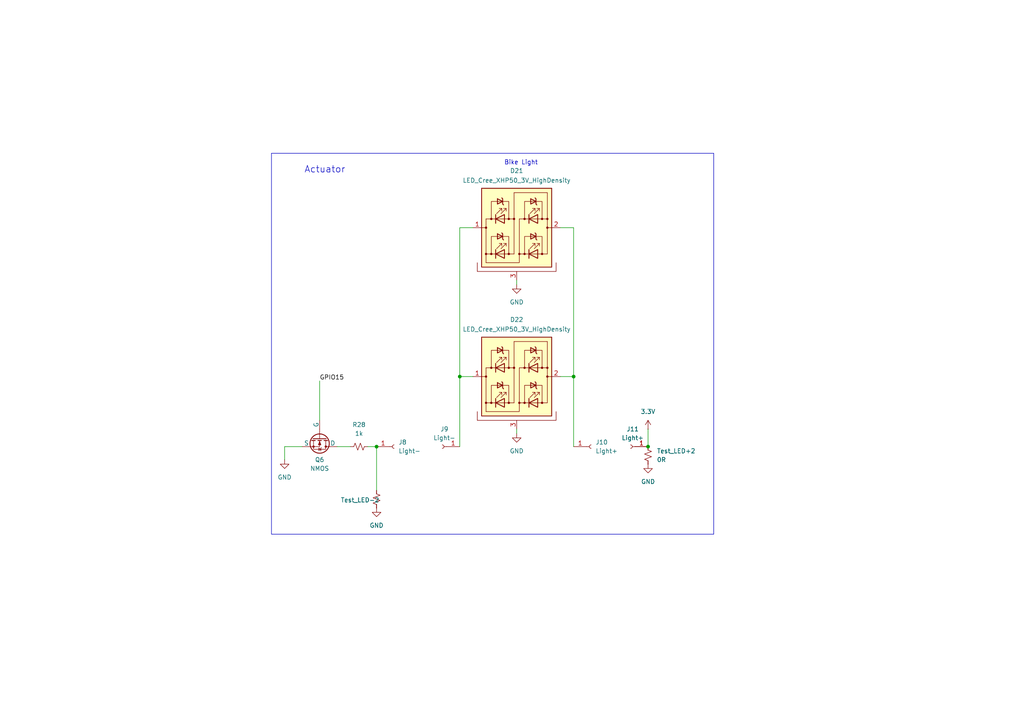
<source format=kicad_sch>
(kicad_sch
	(version 20250114)
	(generator "eeschema")
	(generator_version "9.0")
	(uuid "1bfc6ae4-d8d4-48c3-ba74-23a1db09aaad")
	(paper "A4")
	(lib_symbols
		(symbol "Connector:Conn_01x01_Socket"
			(pin_names
				(offset 1.016)
				(hide yes)
			)
			(exclude_from_sim no)
			(in_bom yes)
			(on_board yes)
			(property "Reference" "J"
				(at 0 2.54 0)
				(effects
					(font
						(size 1.27 1.27)
					)
				)
			)
			(property "Value" "Conn_01x01_Socket"
				(at 0 -2.54 0)
				(effects
					(font
						(size 1.27 1.27)
					)
				)
			)
			(property "Footprint" ""
				(at 0 0 0)
				(effects
					(font
						(size 1.27 1.27)
					)
					(hide yes)
				)
			)
			(property "Datasheet" "~"
				(at 0 0 0)
				(effects
					(font
						(size 1.27 1.27)
					)
					(hide yes)
				)
			)
			(property "Description" "Generic connector, single row, 01x01, script generated"
				(at 0 0 0)
				(effects
					(font
						(size 1.27 1.27)
					)
					(hide yes)
				)
			)
			(property "ki_locked" ""
				(at 0 0 0)
				(effects
					(font
						(size 1.27 1.27)
					)
				)
			)
			(property "ki_keywords" "connector"
				(at 0 0 0)
				(effects
					(font
						(size 1.27 1.27)
					)
					(hide yes)
				)
			)
			(property "ki_fp_filters" "Connector*:*_1x??_*"
				(at 0 0 0)
				(effects
					(font
						(size 1.27 1.27)
					)
					(hide yes)
				)
			)
			(symbol "Conn_01x01_Socket_1_1"
				(polyline
					(pts
						(xy -1.27 0) (xy -0.508 0)
					)
					(stroke
						(width 0.1524)
						(type default)
					)
					(fill
						(type none)
					)
				)
				(arc
					(start 0 -0.508)
					(mid -0.5058 0)
					(end 0 0.508)
					(stroke
						(width 0.1524)
						(type default)
					)
					(fill
						(type none)
					)
				)
				(pin passive line
					(at -5.08 0 0)
					(length 3.81)
					(name "Pin_1"
						(effects
							(font
								(size 1.27 1.27)
							)
						)
					)
					(number "1"
						(effects
							(font
								(size 1.27 1.27)
							)
						)
					)
				)
			)
			(embedded_fonts no)
		)
		(symbol "Device:R_Small_US"
			(pin_numbers
				(hide yes)
			)
			(pin_names
				(offset 0.254)
				(hide yes)
			)
			(exclude_from_sim no)
			(in_bom yes)
			(on_board yes)
			(property "Reference" "R"
				(at 0.762 0.508 0)
				(effects
					(font
						(size 1.27 1.27)
					)
					(justify left)
				)
			)
			(property "Value" "R_Small_US"
				(at 0.762 -1.016 0)
				(effects
					(font
						(size 1.27 1.27)
					)
					(justify left)
				)
			)
			(property "Footprint" ""
				(at 0 0 0)
				(effects
					(font
						(size 1.27 1.27)
					)
					(hide yes)
				)
			)
			(property "Datasheet" "~"
				(at 0 0 0)
				(effects
					(font
						(size 1.27 1.27)
					)
					(hide yes)
				)
			)
			(property "Description" "Resistor, small US symbol"
				(at 0 0 0)
				(effects
					(font
						(size 1.27 1.27)
					)
					(hide yes)
				)
			)
			(property "ki_keywords" "r resistor"
				(at 0 0 0)
				(effects
					(font
						(size 1.27 1.27)
					)
					(hide yes)
				)
			)
			(property "ki_fp_filters" "R_*"
				(at 0 0 0)
				(effects
					(font
						(size 1.27 1.27)
					)
					(hide yes)
				)
			)
			(symbol "R_Small_US_1_1"
				(polyline
					(pts
						(xy 0 1.524) (xy 1.016 1.143) (xy 0 0.762) (xy -1.016 0.381) (xy 0 0)
					)
					(stroke
						(width 0)
						(type default)
					)
					(fill
						(type none)
					)
				)
				(polyline
					(pts
						(xy 0 0) (xy 1.016 -0.381) (xy 0 -0.762) (xy -1.016 -1.143) (xy 0 -1.524)
					)
					(stroke
						(width 0)
						(type default)
					)
					(fill
						(type none)
					)
				)
				(pin passive line
					(at 0 2.54 270)
					(length 1.016)
					(name "~"
						(effects
							(font
								(size 1.27 1.27)
							)
						)
					)
					(number "1"
						(effects
							(font
								(size 1.27 1.27)
							)
						)
					)
				)
				(pin passive line
					(at 0 -2.54 90)
					(length 1.016)
					(name "~"
						(effects
							(font
								(size 1.27 1.27)
							)
						)
					)
					(number "2"
						(effects
							(font
								(size 1.27 1.27)
							)
						)
					)
				)
			)
			(embedded_fonts no)
		)
		(symbol "LED:LED_Cree_XHP50_3V_HighDensity"
			(pin_names
				(offset 1.016)
				(hide yes)
			)
			(exclude_from_sim no)
			(in_bom yes)
			(on_board yes)
			(property "Reference" "D"
				(at 0 15.24 0)
				(effects
					(font
						(size 1.27 1.27)
					)
				)
			)
			(property "Value" "LED_Cree_XHP50_3V_HighDensity"
				(at -1.27 12.7 0)
				(effects
					(font
						(size 1.27 1.27)
					)
				)
			)
			(property "Footprint" "LED_SMD:LED_Cree-XHP50_3V_HighDensity"
				(at 0 17.78 0)
				(effects
					(font
						(size 1.27 1.27)
					)
					(hide yes)
				)
			)
			(property "Datasheet" "https://downloads.cree-led.com/files/ds/x/XLamp-XHP50.3.pdf"
				(at 0 22.86 0)
				(effects
					(font
						(size 1.27 1.27)
					)
					(hide yes)
				)
			)
			(property "Description" "XLamp® XHP50 LED, 3V, 4 LEDs in parallel, high density"
				(at 0 20.32 0)
				(effects
					(font
						(size 1.27 1.27)
					)
					(hide yes)
				)
			)
			(property "ki_keywords" "led diode"
				(at 0 0 0)
				(effects
					(font
						(size 1.27 1.27)
					)
					(hide yes)
				)
			)
			(property "ki_fp_filters" "LED?Cree?XHP50?3V*"
				(at 0 0 0)
				(effects
					(font
						(size 1.27 1.27)
					)
					(hide yes)
				)
			)
			(symbol "LED_Cree_XHP50_3V_HighDensity_0_1"
				(polyline
					(pts
						(xy -8.89 2.54) (xy -8.89 -10.16)
					)
					(stroke
						(width 0)
						(type default)
					)
					(fill
						(type none)
					)
				)
				(polyline
					(pts
						(xy -8.89 2.54) (xy -0.762 2.54)
					)
					(stroke
						(width 0)
						(type default)
					)
					(fill
						(type none)
					)
				)
				(circle
					(center -8.89 0)
					(radius 0.254)
					(stroke
						(width 0)
						(type default)
					)
					(fill
						(type outline)
					)
				)
				(circle
					(center -8.89 -7.62)
					(radius 0.254)
					(stroke
						(width 0)
						(type default)
					)
					(fill
						(type outline)
					)
				)
				(polyline
					(pts
						(xy -8.89 -7.62) (xy -0.762 -7.62)
					)
					(stroke
						(width 0)
						(type default)
					)
					(fill
						(type none)
					)
				)
				(circle
					(center -7.366 2.54)
					(radius 0.254)
					(stroke
						(width 0)
						(type default)
					)
					(fill
						(type outline)
					)
				)
				(circle
					(center -7.366 -7.62)
					(radius 0.254)
					(stroke
						(width 0)
						(type default)
					)
					(fill
						(type outline)
					)
				)
				(polyline
					(pts
						(xy -3.81 6.604) (xy -4.064 6.858) (xy -4.064 8.382) (xy -4.318 8.636)
					)
					(stroke
						(width 0.254)
						(type default)
					)
					(fill
						(type none)
					)
				)
				(polyline
					(pts
						(xy -3.81 -3.556) (xy -4.064 -3.302) (xy -4.064 -1.778) (xy -4.318 -1.524)
					)
					(stroke
						(width 0.254)
						(type default)
					)
					(fill
						(type none)
					)
				)
				(circle
					(center -2.286 2.54)
					(radius 0.254)
					(stroke
						(width 0)
						(type default)
					)
					(fill
						(type outline)
					)
				)
				(circle
					(center -2.286 -7.62)
					(radius 0.254)
					(stroke
						(width 0)
						(type default)
					)
					(fill
						(type outline)
					)
				)
				(polyline
					(pts
						(xy -0.762 10.16) (xy 8.89 10.16)
					)
					(stroke
						(width 0)
						(type default)
					)
					(fill
						(type none)
					)
				)
				(circle
					(center -0.762 2.54)
					(radius 0.254)
					(stroke
						(width 0)
						(type default)
					)
					(fill
						(type outline)
					)
				)
				(polyline
					(pts
						(xy -0.762 -7.62) (xy -0.762 10.16)
					)
					(stroke
						(width 0)
						(type default)
					)
					(fill
						(type none)
					)
				)
				(polyline
					(pts
						(xy 0.635 -10.16) (xy -8.89 -10.16)
					)
					(stroke
						(width 0)
						(type default)
					)
					(fill
						(type none)
					)
				)
				(polyline
					(pts
						(xy 0.762 2.54) (xy 0.762 -10.16)
					)
					(stroke
						(width 0)
						(type default)
					)
					(fill
						(type none)
					)
				)
				(polyline
					(pts
						(xy 0.762 2.54) (xy 8.89 2.54)
					)
					(stroke
						(width 0)
						(type default)
					)
					(fill
						(type none)
					)
				)
				(polyline
					(pts
						(xy 0.762 -7.62) (xy 8.89 -7.62)
					)
					(stroke
						(width 0)
						(type default)
					)
					(fill
						(type none)
					)
				)
				(circle
					(center 0.762 -7.62)
					(radius 0.254)
					(stroke
						(width 0)
						(type default)
					)
					(fill
						(type outline)
					)
				)
				(circle
					(center 2.286 2.54)
					(radius 0.254)
					(stroke
						(width 0)
						(type default)
					)
					(fill
						(type outline)
					)
				)
				(circle
					(center 2.286 -7.62)
					(radius 0.254)
					(stroke
						(width 0)
						(type default)
					)
					(fill
						(type outline)
					)
				)
				(polyline
					(pts
						(xy 5.842 6.604) (xy 5.588 6.858) (xy 5.588 8.382) (xy 5.334 8.636)
					)
					(stroke
						(width 0.254)
						(type default)
					)
					(fill
						(type none)
					)
				)
				(polyline
					(pts
						(xy 5.842 -3.556) (xy 5.588 -3.302) (xy 5.588 -1.778) (xy 5.334 -1.524)
					)
					(stroke
						(width 0.254)
						(type default)
					)
					(fill
						(type none)
					)
				)
				(circle
					(center 7.366 2.54)
					(radius 0.254)
					(stroke
						(width 0)
						(type default)
					)
					(fill
						(type outline)
					)
				)
				(circle
					(center 7.366 -7.62)
					(radius 0.254)
					(stroke
						(width 0)
						(type default)
					)
					(fill
						(type outline)
					)
				)
				(circle
					(center 8.89 2.54)
					(radius 0.254)
					(stroke
						(width 0)
						(type default)
					)
					(fill
						(type outline)
					)
				)
				(circle
					(center 8.89 0)
					(radius 0.254)
					(stroke
						(width 0)
						(type default)
					)
					(fill
						(type outline)
					)
				)
				(polyline
					(pts
						(xy 8.89 -7.62) (xy 8.89 10.16)
					)
					(stroke
						(width 0)
						(type default)
					)
					(fill
						(type none)
					)
				)
			)
			(symbol "LED_Cree_XHP50_3V_HighDensity_1_1"
				(polyline
					(pts
						(xy -11.43 -10.16) (xy -11.43 -12.7) (xy 11.43 -12.7) (xy 11.43 -10.16)
					)
					(stroke
						(width 0)
						(type default)
					)
					(fill
						(type none)
					)
				)
				(rectangle
					(start -10.16 11.43)
					(end 10.16 -11.43)
					(stroke
						(width 0.254)
						(type solid)
					)
					(fill
						(type background)
					)
				)
				(polyline
					(pts
						(xy -8.89 0) (xy -10.16 0)
					)
					(stroke
						(width 0)
						(type default)
					)
					(fill
						(type none)
					)
				)
				(polyline
					(pts
						(xy -7.366 2.54) (xy -7.366 7.62) (xy -2.286 7.62) (xy -2.286 2.54)
					)
					(stroke
						(width 0)
						(type default)
					)
					(fill
						(type none)
					)
				)
				(polyline
					(pts
						(xy -7.366 -7.62) (xy -7.366 -2.54) (xy -2.286 -2.54) (xy -2.286 -7.62)
					)
					(stroke
						(width 0)
						(type default)
					)
					(fill
						(type none)
					)
				)
				(polyline
					(pts
						(xy -6.096 3.81) (xy -6.096 1.27)
					)
					(stroke
						(width 0.254)
						(type solid)
					)
					(fill
						(type none)
					)
				)
				(polyline
					(pts
						(xy -6.096 2.54) (xy -3.556 3.81) (xy -3.556 1.27) (xy -6.096 2.54)
					)
					(stroke
						(width 0.254)
						(type solid)
					)
					(fill
						(type none)
					)
				)
				(polyline
					(pts
						(xy -6.096 -6.35) (xy -6.096 -8.89)
					)
					(stroke
						(width 0.254)
						(type solid)
					)
					(fill
						(type none)
					)
				)
				(polyline
					(pts
						(xy -6.096 -7.62) (xy -3.556 -6.35) (xy -3.556 -8.89) (xy -6.096 -7.62)
					)
					(stroke
						(width 0.254)
						(type solid)
					)
					(fill
						(type none)
					)
				)
				(polyline
					(pts
						(xy -5.842 4.064) (xy -4.318 5.588)
					)
					(stroke
						(width 0)
						(type default)
					)
					(fill
						(type none)
					)
				)
				(polyline
					(pts
						(xy -5.842 -6.096) (xy -4.318 -4.572)
					)
					(stroke
						(width 0)
						(type default)
					)
					(fill
						(type none)
					)
				)
				(polyline
					(pts
						(xy -5.588 8.382) (xy -4.064 7.62) (xy -5.588 6.858) (xy -5.588 8.382)
					)
					(stroke
						(width 0.254)
						(type solid)
					)
					(fill
						(type none)
					)
				)
				(polyline
					(pts
						(xy -5.588 -1.778) (xy -4.064 -2.54) (xy -5.588 -3.302) (xy -5.588 -1.778)
					)
					(stroke
						(width 0.254)
						(type solid)
					)
					(fill
						(type none)
					)
				)
				(polyline
					(pts
						(xy -5.08 5.588) (xy -4.318 5.588) (xy -4.318 4.826)
					)
					(stroke
						(width 0)
						(type default)
					)
					(fill
						(type none)
					)
				)
				(polyline
					(pts
						(xy -5.08 -4.572) (xy -4.318 -4.572) (xy -4.318 -5.334)
					)
					(stroke
						(width 0)
						(type default)
					)
					(fill
						(type none)
					)
				)
				(polyline
					(pts
						(xy -4.572 4.064) (xy -3.048 5.588)
					)
					(stroke
						(width 0)
						(type default)
					)
					(fill
						(type none)
					)
				)
				(polyline
					(pts
						(xy -4.572 -6.096) (xy -3.048 -4.572)
					)
					(stroke
						(width 0)
						(type default)
					)
					(fill
						(type none)
					)
				)
				(polyline
					(pts
						(xy -3.81 5.588) (xy -3.048 5.588) (xy -3.048 4.826)
					)
					(stroke
						(width 0)
						(type default)
					)
					(fill
						(type none)
					)
				)
				(polyline
					(pts
						(xy -3.81 -4.572) (xy -3.048 -4.572) (xy -3.048 -5.334)
					)
					(stroke
						(width 0)
						(type default)
					)
					(fill
						(type none)
					)
				)
				(polyline
					(pts
						(xy 2.286 2.54) (xy 2.286 7.62) (xy 7.366 7.62) (xy 7.366 2.54)
					)
					(stroke
						(width 0)
						(type default)
					)
					(fill
						(type none)
					)
				)
				(polyline
					(pts
						(xy 2.286 -7.62) (xy 2.286 -2.54) (xy 7.366 -2.54) (xy 7.366 -7.62)
					)
					(stroke
						(width 0)
						(type default)
					)
					(fill
						(type none)
					)
				)
				(polyline
					(pts
						(xy 3.556 3.81) (xy 3.556 1.27)
					)
					(stroke
						(width 0.254)
						(type solid)
					)
					(fill
						(type none)
					)
				)
				(polyline
					(pts
						(xy 3.556 2.54) (xy 6.096 3.81) (xy 6.096 1.27) (xy 3.556 2.54)
					)
					(stroke
						(width 0.254)
						(type solid)
					)
					(fill
						(type none)
					)
				)
				(polyline
					(pts
						(xy 3.556 -6.35) (xy 3.556 -8.89)
					)
					(stroke
						(width 0.254)
						(type solid)
					)
					(fill
						(type none)
					)
				)
				(polyline
					(pts
						(xy 3.556 -7.62) (xy 6.096 -6.35) (xy 6.096 -8.89) (xy 3.556 -7.62)
					)
					(stroke
						(width 0.254)
						(type solid)
					)
					(fill
						(type none)
					)
				)
				(polyline
					(pts
						(xy 3.81 4.064) (xy 5.334 5.588)
					)
					(stroke
						(width 0)
						(type default)
					)
					(fill
						(type none)
					)
				)
				(polyline
					(pts
						(xy 3.81 -6.096) (xy 5.334 -4.572)
					)
					(stroke
						(width 0)
						(type default)
					)
					(fill
						(type none)
					)
				)
				(polyline
					(pts
						(xy 4.064 8.382) (xy 5.588 7.62) (xy 4.064 6.858) (xy 4.064 8.382)
					)
					(stroke
						(width 0.254)
						(type solid)
					)
					(fill
						(type none)
					)
				)
				(polyline
					(pts
						(xy 4.064 -1.778) (xy 5.588 -2.54) (xy 4.064 -3.302) (xy 4.064 -1.778)
					)
					(stroke
						(width 0.254)
						(type solid)
					)
					(fill
						(type none)
					)
				)
				(polyline
					(pts
						(xy 4.572 5.588) (xy 5.334 5.588) (xy 5.334 4.826)
					)
					(stroke
						(width 0)
						(type default)
					)
					(fill
						(type none)
					)
				)
				(polyline
					(pts
						(xy 4.572 -4.572) (xy 5.334 -4.572) (xy 5.334 -5.334)
					)
					(stroke
						(width 0)
						(type default)
					)
					(fill
						(type none)
					)
				)
				(polyline
					(pts
						(xy 5.08 4.064) (xy 6.604 5.588)
					)
					(stroke
						(width 0)
						(type default)
					)
					(fill
						(type none)
					)
				)
				(polyline
					(pts
						(xy 5.08 -6.096) (xy 6.604 -4.572)
					)
					(stroke
						(width 0)
						(type default)
					)
					(fill
						(type none)
					)
				)
				(polyline
					(pts
						(xy 5.842 5.588) (xy 6.604 5.588) (xy 6.604 4.826)
					)
					(stroke
						(width 0)
						(type default)
					)
					(fill
						(type none)
					)
				)
				(polyline
					(pts
						(xy 5.842 -4.572) (xy 6.604 -4.572) (xy 6.604 -5.334)
					)
					(stroke
						(width 0)
						(type default)
					)
					(fill
						(type none)
					)
				)
				(polyline
					(pts
						(xy 8.89 0) (xy 10.16 0)
					)
					(stroke
						(width 0)
						(type default)
					)
					(fill
						(type none)
					)
				)
				(pin passive line
					(at -12.7 0 0)
					(length 2.54)
					(name "K"
						(effects
							(font
								(size 1.27 1.27)
							)
						)
					)
					(number "1"
						(effects
							(font
								(size 1.27 1.27)
							)
						)
					)
				)
				(pin passive line
					(at 0 -15.24 90)
					(length 2.54)
					(name "PAD"
						(effects
							(font
								(size 1.27 1.27)
							)
						)
					)
					(number "3"
						(effects
							(font
								(size 1.27 1.27)
							)
						)
					)
				)
				(pin passive line
					(at 12.7 0 180)
					(length 2.54)
					(name "A"
						(effects
							(font
								(size 1.27 1.27)
							)
						)
					)
					(number "2"
						(effects
							(font
								(size 1.27 1.27)
							)
						)
					)
				)
			)
			(embedded_fonts no)
		)
		(symbol "Simulation_SPICE:NMOS"
			(pin_numbers
				(hide yes)
			)
			(pin_names
				(offset 0)
			)
			(exclude_from_sim no)
			(in_bom yes)
			(on_board yes)
			(property "Reference" "Q"
				(at 5.08 1.27 0)
				(effects
					(font
						(size 1.27 1.27)
					)
					(justify left)
				)
			)
			(property "Value" "NMOS"
				(at 5.08 -1.27 0)
				(effects
					(font
						(size 1.27 1.27)
					)
					(justify left)
				)
			)
			(property "Footprint" ""
				(at 5.08 2.54 0)
				(effects
					(font
						(size 1.27 1.27)
					)
					(hide yes)
				)
			)
			(property "Datasheet" "https://ngspice.sourceforge.io/docs/ngspice-html-manual/manual.xhtml#cha_MOSFETs"
				(at 0 -12.7 0)
				(effects
					(font
						(size 1.27 1.27)
					)
					(hide yes)
				)
			)
			(property "Description" "N-MOSFET transistor, drain/source/gate"
				(at 0 0 0)
				(effects
					(font
						(size 1.27 1.27)
					)
					(hide yes)
				)
			)
			(property "Sim.Device" "NMOS"
				(at 0 -17.145 0)
				(effects
					(font
						(size 1.27 1.27)
					)
					(hide yes)
				)
			)
			(property "Sim.Type" "VDMOS"
				(at 0 -19.05 0)
				(effects
					(font
						(size 1.27 1.27)
					)
					(hide yes)
				)
			)
			(property "Sim.Pins" "1=D 2=G 3=S"
				(at 0 -15.24 0)
				(effects
					(font
						(size 1.27 1.27)
					)
					(hide yes)
				)
			)
			(property "ki_keywords" "transistor NMOS N-MOS N-MOSFET simulation"
				(at 0 0 0)
				(effects
					(font
						(size 1.27 1.27)
					)
					(hide yes)
				)
			)
			(symbol "NMOS_0_1"
				(polyline
					(pts
						(xy 0.254 1.905) (xy 0.254 -1.905)
					)
					(stroke
						(width 0.254)
						(type default)
					)
					(fill
						(type none)
					)
				)
				(polyline
					(pts
						(xy 0.254 0) (xy -2.54 0)
					)
					(stroke
						(width 0)
						(type default)
					)
					(fill
						(type none)
					)
				)
				(polyline
					(pts
						(xy 0.762 2.286) (xy 0.762 1.27)
					)
					(stroke
						(width 0.254)
						(type default)
					)
					(fill
						(type none)
					)
				)
				(polyline
					(pts
						(xy 0.762 0.508) (xy 0.762 -0.508)
					)
					(stroke
						(width 0.254)
						(type default)
					)
					(fill
						(type none)
					)
				)
				(polyline
					(pts
						(xy 0.762 -1.27) (xy 0.762 -2.286)
					)
					(stroke
						(width 0.254)
						(type default)
					)
					(fill
						(type none)
					)
				)
				(polyline
					(pts
						(xy 0.762 -1.778) (xy 3.302 -1.778) (xy 3.302 1.778) (xy 0.762 1.778)
					)
					(stroke
						(width 0)
						(type default)
					)
					(fill
						(type none)
					)
				)
				(polyline
					(pts
						(xy 1.016 0) (xy 2.032 0.381) (xy 2.032 -0.381) (xy 1.016 0)
					)
					(stroke
						(width 0)
						(type default)
					)
					(fill
						(type outline)
					)
				)
				(circle
					(center 1.651 0)
					(radius 2.794)
					(stroke
						(width 0.254)
						(type default)
					)
					(fill
						(type none)
					)
				)
				(polyline
					(pts
						(xy 2.54 2.54) (xy 2.54 1.778)
					)
					(stroke
						(width 0)
						(type default)
					)
					(fill
						(type none)
					)
				)
				(circle
					(center 2.54 1.778)
					(radius 0.254)
					(stroke
						(width 0)
						(type default)
					)
					(fill
						(type outline)
					)
				)
				(circle
					(center 2.54 -1.778)
					(radius 0.254)
					(stroke
						(width 0)
						(type default)
					)
					(fill
						(type outline)
					)
				)
				(polyline
					(pts
						(xy 2.54 -2.54) (xy 2.54 0) (xy 0.762 0)
					)
					(stroke
						(width 0)
						(type default)
					)
					(fill
						(type none)
					)
				)
				(polyline
					(pts
						(xy 2.794 0.508) (xy 2.921 0.381) (xy 3.683 0.381) (xy 3.81 0.254)
					)
					(stroke
						(width 0)
						(type default)
					)
					(fill
						(type none)
					)
				)
				(polyline
					(pts
						(xy 3.302 0.381) (xy 2.921 -0.254) (xy 3.683 -0.254) (xy 3.302 0.381)
					)
					(stroke
						(width 0)
						(type default)
					)
					(fill
						(type none)
					)
				)
			)
			(symbol "NMOS_1_1"
				(pin input line
					(at -5.08 0 0)
					(length 2.54)
					(name "G"
						(effects
							(font
								(size 1.27 1.27)
							)
						)
					)
					(number "2"
						(effects
							(font
								(size 1.27 1.27)
							)
						)
					)
				)
				(pin passive line
					(at 2.54 5.08 270)
					(length 2.54)
					(name "D"
						(effects
							(font
								(size 1.27 1.27)
							)
						)
					)
					(number "1"
						(effects
							(font
								(size 1.27 1.27)
							)
						)
					)
				)
				(pin passive line
					(at 2.54 -5.08 90)
					(length 2.54)
					(name "S"
						(effects
							(font
								(size 1.27 1.27)
							)
						)
					)
					(number "3"
						(effects
							(font
								(size 1.27 1.27)
							)
						)
					)
				)
			)
			(embedded_fonts no)
		)
		(symbol "power:GND"
			(power)
			(pin_numbers
				(hide yes)
			)
			(pin_names
				(offset 0)
				(hide yes)
			)
			(exclude_from_sim no)
			(in_bom yes)
			(on_board yes)
			(property "Reference" "#PWR"
				(at 0 -6.35 0)
				(effects
					(font
						(size 1.27 1.27)
					)
					(hide yes)
				)
			)
			(property "Value" "GND"
				(at 0 -3.81 0)
				(effects
					(font
						(size 1.27 1.27)
					)
				)
			)
			(property "Footprint" ""
				(at 0 0 0)
				(effects
					(font
						(size 1.27 1.27)
					)
					(hide yes)
				)
			)
			(property "Datasheet" ""
				(at 0 0 0)
				(effects
					(font
						(size 1.27 1.27)
					)
					(hide yes)
				)
			)
			(property "Description" "Power symbol creates a global label with name \"GND\" , ground"
				(at 0 0 0)
				(effects
					(font
						(size 1.27 1.27)
					)
					(hide yes)
				)
			)
			(property "ki_keywords" "global power"
				(at 0 0 0)
				(effects
					(font
						(size 1.27 1.27)
					)
					(hide yes)
				)
			)
			(symbol "GND_0_1"
				(polyline
					(pts
						(xy 0 0) (xy 0 -1.27) (xy 1.27 -1.27) (xy 0 -2.54) (xy -1.27 -1.27) (xy 0 -1.27)
					)
					(stroke
						(width 0)
						(type default)
					)
					(fill
						(type none)
					)
				)
			)
			(symbol "GND_1_1"
				(pin power_in line
					(at 0 0 270)
					(length 0)
					(name "~"
						(effects
							(font
								(size 1.27 1.27)
							)
						)
					)
					(number "1"
						(effects
							(font
								(size 1.27 1.27)
							)
						)
					)
				)
			)
			(embedded_fonts no)
		)
		(symbol "power:VCC"
			(power)
			(pin_numbers
				(hide yes)
			)
			(pin_names
				(offset 0)
				(hide yes)
			)
			(exclude_from_sim no)
			(in_bom yes)
			(on_board yes)
			(property "Reference" "#PWR"
				(at 0 -3.81 0)
				(effects
					(font
						(size 1.27 1.27)
					)
					(hide yes)
				)
			)
			(property "Value" "VCC"
				(at 0 3.556 0)
				(effects
					(font
						(size 1.27 1.27)
					)
				)
			)
			(property "Footprint" ""
				(at 0 0 0)
				(effects
					(font
						(size 1.27 1.27)
					)
					(hide yes)
				)
			)
			(property "Datasheet" ""
				(at 0 0 0)
				(effects
					(font
						(size 1.27 1.27)
					)
					(hide yes)
				)
			)
			(property "Description" "Power symbol creates a global label with name \"VCC\""
				(at 0 0 0)
				(effects
					(font
						(size 1.27 1.27)
					)
					(hide yes)
				)
			)
			(property "ki_keywords" "global power"
				(at 0 0 0)
				(effects
					(font
						(size 1.27 1.27)
					)
					(hide yes)
				)
			)
			(symbol "VCC_0_1"
				(polyline
					(pts
						(xy -0.762 1.27) (xy 0 2.54)
					)
					(stroke
						(width 0)
						(type default)
					)
					(fill
						(type none)
					)
				)
				(polyline
					(pts
						(xy 0 2.54) (xy 0.762 1.27)
					)
					(stroke
						(width 0)
						(type default)
					)
					(fill
						(type none)
					)
				)
				(polyline
					(pts
						(xy 0 0) (xy 0 2.54)
					)
					(stroke
						(width 0)
						(type default)
					)
					(fill
						(type none)
					)
				)
			)
			(symbol "VCC_1_1"
				(pin power_in line
					(at 0 0 90)
					(length 0)
					(name "~"
						(effects
							(font
								(size 1.27 1.27)
							)
						)
					)
					(number "1"
						(effects
							(font
								(size 1.27 1.27)
							)
						)
					)
				)
			)
			(embedded_fonts no)
		)
	)
	(rectangle
		(start 78.74 44.45)
		(end 207.01 154.94)
		(stroke
			(width 0)
			(type default)
		)
		(fill
			(type none)
		)
		(uuid 164e9ff0-3d5e-4c9d-bf21-775a68a1e542)
	)
	(text "Bike Light"
		(exclude_from_sim no)
		(at 151.13 47.244 0)
		(effects
			(font
				(size 1.27 1.27)
			)
		)
		(uuid "6434e9ec-2e56-4b41-bb72-d8844ad7040e")
	)
	(text "Actuator"
		(exclude_from_sim no)
		(at 94.234 49.276 0)
		(effects
			(font
				(size 1.905 1.905)
			)
		)
		(uuid "e11221ce-80a5-4ef5-af15-25a619763a84")
	)
	(junction
		(at 109.22 129.54)
		(diameter 0)
		(color 0 0 0 0)
		(uuid "12a60b3e-ac61-44d3-bf17-c44e2ca777c4")
	)
	(junction
		(at 166.37 109.22)
		(diameter 0)
		(color 0 0 0 0)
		(uuid "4930146a-4b4b-4af5-8d3e-c566bf115cda")
	)
	(junction
		(at 133.35 109.22)
		(diameter 0)
		(color 0 0 0 0)
		(uuid "a5342034-db32-4c4d-a6a4-b98e8f8a5cb6")
	)
	(junction
		(at 187.96 129.54)
		(diameter 0)
		(color 0 0 0 0)
		(uuid "fae2bd67-cdd2-4dc8-803a-d82f38cb6932")
	)
	(wire
		(pts
			(xy 82.55 129.54) (xy 87.63 129.54)
		)
		(stroke
			(width 0)
			(type default)
		)
		(uuid "042bf21f-a350-4c0b-a0e1-a8aa59914346")
	)
	(wire
		(pts
			(xy 149.86 124.46) (xy 149.86 125.73)
		)
		(stroke
			(width 0)
			(type default)
		)
		(uuid "0d12b0a7-2476-46e3-be02-e82c118fd97b")
	)
	(wire
		(pts
			(xy 137.16 109.22) (xy 133.35 109.22)
		)
		(stroke
			(width 0)
			(type default)
		)
		(uuid "2eb76dc8-e212-4a23-960f-3576b91a4d35")
	)
	(wire
		(pts
			(xy 133.35 109.22) (xy 133.35 129.54)
		)
		(stroke
			(width 0)
			(type default)
		)
		(uuid "30b99744-e288-4650-a7fa-8554baaa12bc")
	)
	(wire
		(pts
			(xy 187.96 124.46) (xy 187.96 129.54)
		)
		(stroke
			(width 0)
			(type default)
		)
		(uuid "6098fa43-0875-4277-a5d4-5340deb06577")
	)
	(wire
		(pts
			(xy 92.71 110.49) (xy 92.71 121.92)
		)
		(stroke
			(width 0)
			(type default)
		)
		(uuid "631164ce-dbf2-43e8-bf76-e4978b56dbbf")
	)
	(wire
		(pts
			(xy 149.86 81.28) (xy 149.86 82.55)
		)
		(stroke
			(width 0)
			(type default)
		)
		(uuid "73db85cf-8a43-40f6-a625-04206a32382e")
	)
	(wire
		(pts
			(xy 162.56 109.22) (xy 166.37 109.22)
		)
		(stroke
			(width 0)
			(type default)
		)
		(uuid "873b961e-7d60-4f59-a50b-609216120463")
	)
	(wire
		(pts
			(xy 133.35 66.04) (xy 133.35 109.22)
		)
		(stroke
			(width 0)
			(type default)
		)
		(uuid "9c085ac2-cfdf-4459-b3c7-c060b5b9bbf2")
	)
	(wire
		(pts
			(xy 106.68 129.54) (xy 109.22 129.54)
		)
		(stroke
			(width 0)
			(type default)
		)
		(uuid "9d1327de-20aa-4076-b734-0c43e5c84866")
	)
	(wire
		(pts
			(xy 166.37 109.22) (xy 166.37 129.54)
		)
		(stroke
			(width 0)
			(type default)
		)
		(uuid "9e2fdf02-1440-4839-ad67-1cf5c663f4f6")
	)
	(wire
		(pts
			(xy 166.37 66.04) (xy 162.56 66.04)
		)
		(stroke
			(width 0)
			(type default)
		)
		(uuid "a6e9643d-a30d-4dfe-87d6-b22dca141598")
	)
	(wire
		(pts
			(xy 133.35 66.04) (xy 137.16 66.04)
		)
		(stroke
			(width 0)
			(type default)
		)
		(uuid "ae093a32-2ae1-4e42-9ca8-87bc3a3f45d1")
	)
	(wire
		(pts
			(xy 82.55 129.54) (xy 82.55 133.35)
		)
		(stroke
			(width 0)
			(type default)
		)
		(uuid "d70e1ffd-de65-4655-a10a-4391877e585b")
	)
	(wire
		(pts
			(xy 97.79 129.54) (xy 101.6 129.54)
		)
		(stroke
			(width 0)
			(type default)
		)
		(uuid "e2e507c0-44f2-44c1-afa7-05d1bce56fb0")
	)
	(wire
		(pts
			(xy 109.22 129.54) (xy 109.22 142.24)
		)
		(stroke
			(width 0)
			(type default)
		)
		(uuid "ee0c0690-6c00-47b8-9ab6-e30820717793")
	)
	(wire
		(pts
			(xy 166.37 66.04) (xy 166.37 109.22)
		)
		(stroke
			(width 0)
			(type default)
		)
		(uuid "feff5992-8ee3-4a5a-8c64-c9cb734cc651")
	)
	(label "GPIO15"
		(at 92.71 110.49 0)
		(effects
			(font
				(size 1.27 1.27)
			)
			(justify left bottom)
		)
		(uuid "b1f15d64-2661-45af-a262-ef3954f4236e")
	)
	(symbol
		(lib_id "Connector:Conn_01x01_Socket")
		(at 171.45 129.54 0)
		(unit 1)
		(exclude_from_sim no)
		(in_bom yes)
		(on_board yes)
		(dnp no)
		(fields_autoplaced yes)
		(uuid "07c15c03-591c-483b-973b-7b5166b7bb7d")
		(property "Reference" "J10"
			(at 172.72 128.2699 0)
			(effects
				(font
					(size 1.27 1.27)
				)
				(justify left)
			)
		)
		(property "Value" "Light+"
			(at 172.72 130.8099 0)
			(effects
				(font
					(size 1.27 1.27)
				)
				(justify left)
			)
		)
		(property "Footprint" "Connector_Pin:Pin_D0.7mm_L6.5mm_W1.8mm_FlatFork"
			(at 171.45 129.54 0)
			(effects
				(font
					(size 1.27 1.27)
				)
				(hide yes)
			)
		)
		(property "Datasheet" "~"
			(at 171.45 129.54 0)
			(effects
				(font
					(size 1.27 1.27)
				)
				(hide yes)
			)
		)
		(property "Description" "Generic connector, single row, 01x01, script generated"
			(at 171.45 129.54 0)
			(effects
				(font
					(size 1.27 1.27)
				)
				(hide yes)
			)
		)
		(pin "1"
			(uuid "bd8f01c9-4e16-473d-b6ac-ccc7a9340f03")
		)
		(instances
			(project "411 Schematic-2025-11-16"
				(path "/d2e2892e-be0f-4a6a-9262-5a0d7272f4d0/64eb2a31-738c-4191-a53a-a692b40000f1"
					(reference "J10")
					(unit 1)
				)
			)
		)
	)
	(symbol
		(lib_id "LED:LED_Cree_XHP50_3V_HighDensity")
		(at 149.86 66.04 0)
		(unit 1)
		(exclude_from_sim no)
		(in_bom yes)
		(on_board yes)
		(dnp no)
		(uuid "163f89d6-876a-4e6f-b610-48b714d2f16b")
		(property "Reference" "D21"
			(at 149.86 49.53 0)
			(effects
				(font
					(size 1.27 1.27)
				)
			)
		)
		(property "Value" "LED_Cree_XHP50_3V_HighDensity"
			(at 149.86 52.324 0)
			(effects
				(font
					(size 1.27 1.27)
				)
			)
		)
		(property "Footprint" "LED_SMD:LED_Cree-XHP50_3V_HighDensity"
			(at 149.86 48.26 0)
			(effects
				(font
					(size 1.27 1.27)
				)
				(hide yes)
			)
		)
		(property "Datasheet" "https://downloads.cree-led.com/files/ds/x/XLamp-XHP50.3.pdf"
			(at 149.86 43.18 0)
			(effects
				(font
					(size 1.27 1.27)
				)
				(hide yes)
			)
		)
		(property "Description" "XLamp® XHP50 LED, 3V, 4 LEDs in parallel, high density"
			(at 149.86 45.72 0)
			(effects
				(font
					(size 1.27 1.27)
				)
				(hide yes)
			)
		)
		(pin "1"
			(uuid "89788559-49ad-499d-85a7-8b4e6662c714")
		)
		(pin "3"
			(uuid "c7015215-edde-4c44-ad74-542a54339c7c")
		)
		(pin "2"
			(uuid "c0e35b07-5e2c-4a7f-bb79-87ec109ba69b")
		)
		(instances
			(project "411 Schematic-2025-11-16"
				(path "/d2e2892e-be0f-4a6a-9262-5a0d7272f4d0/64eb2a31-738c-4191-a53a-a692b40000f1"
					(reference "D21")
					(unit 1)
				)
			)
		)
	)
	(symbol
		(lib_id "Device:R_Small_US")
		(at 109.22 144.78 180)
		(unit 1)
		(exclude_from_sim no)
		(in_bom yes)
		(on_board yes)
		(dnp no)
		(uuid "2a147c9b-ccb0-4c20-8659-f746ef364207")
		(property "Reference" "Test_LED-2"
			(at 98.806 145.034 0)
			(effects
				(font
					(size 1.27 1.27)
				)
				(justify right)
			)
		)
		(property "Value" "0R"
			(at 128.27 146.0499 0)
			(effects
				(font
					(size 1.27 1.27)
				)
				(justify right)
				(hide yes)
			)
		)
		(property "Footprint" "Resistor_SMD:R_0603_1608Metric_Pad0.98x0.95mm_HandSolder"
			(at 109.22 144.78 0)
			(effects
				(font
					(size 1.27 1.27)
				)
				(hide yes)
			)
		)
		(property "Datasheet" "~"
			(at 109.22 144.78 0)
			(effects
				(font
					(size 1.27 1.27)
				)
				(hide yes)
			)
		)
		(property "Description" "Resistor, small US symbol"
			(at 109.22 144.78 0)
			(effects
				(font
					(size 1.27 1.27)
				)
				(hide yes)
			)
		)
		(pin "2"
			(uuid "070d163e-8712-4829-acf7-7d6283c80ec1")
		)
		(pin "1"
			(uuid "c28c0dc6-a70a-4a22-a935-fc90cc8179e4")
		)
		(instances
			(project "411 Schematic-2025-11-16"
				(path "/d2e2892e-be0f-4a6a-9262-5a0d7272f4d0/64eb2a31-738c-4191-a53a-a692b40000f1"
					(reference "Test_LED-2")
					(unit 1)
				)
			)
		)
	)
	(symbol
		(lib_id "power:GND")
		(at 149.86 125.73 0)
		(unit 1)
		(exclude_from_sim no)
		(in_bom yes)
		(on_board yes)
		(dnp no)
		(fields_autoplaced yes)
		(uuid "3cad0675-092a-4628-aa29-f734aad68e5f")
		(property "Reference" "#PWR065"
			(at 149.86 132.08 0)
			(effects
				(font
					(size 1.27 1.27)
				)
				(hide yes)
			)
		)
		(property "Value" "GND"
			(at 149.86 130.81 0)
			(effects
				(font
					(size 1.27 1.27)
				)
			)
		)
		(property "Footprint" ""
			(at 149.86 125.73 0)
			(effects
				(font
					(size 1.27 1.27)
				)
				(hide yes)
			)
		)
		(property "Datasheet" ""
			(at 149.86 125.73 0)
			(effects
				(font
					(size 1.27 1.27)
				)
				(hide yes)
			)
		)
		(property "Description" "Power symbol creates a global label with name \"GND\" , ground"
			(at 149.86 125.73 0)
			(effects
				(font
					(size 1.27 1.27)
				)
				(hide yes)
			)
		)
		(pin "1"
			(uuid "d2ee0028-93ba-4bee-bb1f-ae043744ed67")
		)
		(instances
			(project "411 Schematic-2025-11-16"
				(path "/d2e2892e-be0f-4a6a-9262-5a0d7272f4d0/64eb2a31-738c-4191-a53a-a692b40000f1"
					(reference "#PWR065")
					(unit 1)
				)
			)
		)
	)
	(symbol
		(lib_id "power:GND")
		(at 149.86 82.55 0)
		(unit 1)
		(exclude_from_sim no)
		(in_bom yes)
		(on_board yes)
		(dnp no)
		(fields_autoplaced yes)
		(uuid "493a209c-536d-4859-8e74-375cab4ece8c")
		(property "Reference" "#PWR064"
			(at 149.86 88.9 0)
			(effects
				(font
					(size 1.27 1.27)
				)
				(hide yes)
			)
		)
		(property "Value" "GND"
			(at 149.86 87.63 0)
			(effects
				(font
					(size 1.27 1.27)
				)
			)
		)
		(property "Footprint" ""
			(at 149.86 82.55 0)
			(effects
				(font
					(size 1.27 1.27)
				)
				(hide yes)
			)
		)
		(property "Datasheet" ""
			(at 149.86 82.55 0)
			(effects
				(font
					(size 1.27 1.27)
				)
				(hide yes)
			)
		)
		(property "Description" "Power symbol creates a global label with name \"GND\" , ground"
			(at 149.86 82.55 0)
			(effects
				(font
					(size 1.27 1.27)
				)
				(hide yes)
			)
		)
		(pin "1"
			(uuid "6bc3b9a5-7d54-4d1f-8b56-526de8800a6b")
		)
		(instances
			(project "411 Schematic-2025-11-16"
				(path "/d2e2892e-be0f-4a6a-9262-5a0d7272f4d0/64eb2a31-738c-4191-a53a-a692b40000f1"
					(reference "#PWR064")
					(unit 1)
				)
			)
		)
	)
	(symbol
		(lib_id "power:GND")
		(at 109.22 147.32 0)
		(unit 1)
		(exclude_from_sim no)
		(in_bom yes)
		(on_board yes)
		(dnp no)
		(fields_autoplaced yes)
		(uuid "64c3066f-80d7-45ff-a5d4-2fc8bba518ec")
		(property "Reference" "#PWR063"
			(at 109.22 153.67 0)
			(effects
				(font
					(size 1.27 1.27)
				)
				(hide yes)
			)
		)
		(property "Value" "GND"
			(at 109.22 152.4 0)
			(effects
				(font
					(size 1.27 1.27)
				)
			)
		)
		(property "Footprint" ""
			(at 109.22 147.32 0)
			(effects
				(font
					(size 1.27 1.27)
				)
				(hide yes)
			)
		)
		(property "Datasheet" ""
			(at 109.22 147.32 0)
			(effects
				(font
					(size 1.27 1.27)
				)
				(hide yes)
			)
		)
		(property "Description" "Power symbol creates a global label with name \"GND\" , ground"
			(at 109.22 147.32 0)
			(effects
				(font
					(size 1.27 1.27)
				)
				(hide yes)
			)
		)
		(pin "1"
			(uuid "0437de04-4662-4f3d-975a-85a2f7a61ba4")
		)
		(instances
			(project "411 Schematic-2025-11-16"
				(path "/d2e2892e-be0f-4a6a-9262-5a0d7272f4d0/64eb2a31-738c-4191-a53a-a692b40000f1"
					(reference "#PWR063")
					(unit 1)
				)
			)
		)
	)
	(symbol
		(lib_id "power:VCC")
		(at 187.96 124.46 0)
		(unit 1)
		(exclude_from_sim no)
		(in_bom yes)
		(on_board yes)
		(dnp no)
		(fields_autoplaced yes)
		(uuid "723d1209-b205-4de5-86ec-62af7f8fa8d0")
		(property "Reference" "#PWR066"
			(at 187.96 128.27 0)
			(effects
				(font
					(size 1.27 1.27)
				)
				(hide yes)
			)
		)
		(property "Value" "3.3V"
			(at 187.96 119.38 0)
			(effects
				(font
					(size 1.27 1.27)
				)
			)
		)
		(property "Footprint" ""
			(at 187.96 124.46 0)
			(effects
				(font
					(size 1.27 1.27)
				)
				(hide yes)
			)
		)
		(property "Datasheet" ""
			(at 187.96 124.46 0)
			(effects
				(font
					(size 1.27 1.27)
				)
				(hide yes)
			)
		)
		(property "Description" "Power symbol creates a global label with name \"VCC\""
			(at 187.96 124.46 0)
			(effects
				(font
					(size 1.27 1.27)
				)
				(hide yes)
			)
		)
		(pin "1"
			(uuid "a0ee5524-3db2-486c-abe8-5eb298415ccd")
		)
		(instances
			(project "411 Schematic-2025-11-16"
				(path "/d2e2892e-be0f-4a6a-9262-5a0d7272f4d0/64eb2a31-738c-4191-a53a-a692b40000f1"
					(reference "#PWR066")
					(unit 1)
				)
			)
		)
	)
	(symbol
		(lib_id "Device:R_Small_US")
		(at 187.96 132.08 180)
		(unit 1)
		(exclude_from_sim no)
		(in_bom yes)
		(on_board yes)
		(dnp no)
		(fields_autoplaced yes)
		(uuid "790afd17-8925-4ddf-a69e-0da02f7cfa05")
		(property "Reference" "Test_LED+2"
			(at 190.5 130.8099 0)
			(effects
				(font
					(size 1.27 1.27)
				)
				(justify right)
			)
		)
		(property "Value" "0R"
			(at 190.5 133.3499 0)
			(effects
				(font
					(size 1.27 1.27)
				)
				(justify right)
			)
		)
		(property "Footprint" "Resistor_SMD:R_0603_1608Metric_Pad0.98x0.95mm_HandSolder"
			(at 187.96 132.08 0)
			(effects
				(font
					(size 1.27 1.27)
				)
				(hide yes)
			)
		)
		(property "Datasheet" "~"
			(at 187.96 132.08 0)
			(effects
				(font
					(size 1.27 1.27)
				)
				(hide yes)
			)
		)
		(property "Description" "Resistor, small US symbol"
			(at 187.96 132.08 0)
			(effects
				(font
					(size 1.27 1.27)
				)
				(hide yes)
			)
		)
		(pin "2"
			(uuid "0322e512-ff39-4abd-acd8-b82138942040")
		)
		(pin "1"
			(uuid "c31839f8-3deb-4f7c-8b8e-5f5792e89708")
		)
		(instances
			(project "411 Schematic-2025-11-16"
				(path "/d2e2892e-be0f-4a6a-9262-5a0d7272f4d0/64eb2a31-738c-4191-a53a-a692b40000f1"
					(reference "Test_LED+2")
					(unit 1)
				)
			)
		)
	)
	(symbol
		(lib_id "Simulation_SPICE:NMOS")
		(at 92.71 127 270)
		(unit 1)
		(exclude_from_sim no)
		(in_bom yes)
		(on_board yes)
		(dnp no)
		(fields_autoplaced yes)
		(uuid "996ec7ac-752e-41b1-a51c-deb53f6ecf12")
		(property "Reference" "Q6"
			(at 92.71 133.35 90)
			(effects
				(font
					(size 1.27 1.27)
				)
			)
		)
		(property "Value" "NMOS"
			(at 92.71 135.89 90)
			(effects
				(font
					(size 1.27 1.27)
				)
			)
		)
		(property "Footprint" "Package_TO_SOT_THT:TO-92L_Inline_Wide"
			(at 95.25 132.08 0)
			(effects
				(font
					(size 1.27 1.27)
				)
				(hide yes)
			)
		)
		(property "Datasheet" "https://ngspice.sourceforge.io/docs/ngspice-html-manual/manual.xhtml#cha_MOSFETs"
			(at 80.01 127 0)
			(effects
				(font
					(size 1.27 1.27)
				)
				(hide yes)
			)
		)
		(property "Description" "N-MOSFET transistor, drain/source/gate"
			(at 92.71 127 0)
			(effects
				(font
					(size 1.27 1.27)
				)
				(hide yes)
			)
		)
		(property "Sim.Device" "NMOS"
			(at 75.565 127 0)
			(effects
				(font
					(size 1.27 1.27)
				)
				(hide yes)
			)
		)
		(property "Sim.Type" "VDMOS"
			(at 73.66 127 0)
			(effects
				(font
					(size 1.27 1.27)
				)
				(hide yes)
			)
		)
		(property "Sim.Pins" "1=D 2=G 3=S"
			(at 77.47 127 0)
			(effects
				(font
					(size 1.27 1.27)
				)
				(hide yes)
			)
		)
		(pin "1"
			(uuid "b2507c95-52a1-4f3e-990b-d7420376711f")
		)
		(pin "2"
			(uuid "a4c5c0da-b1d1-4190-a831-e81c220e2c55")
		)
		(pin "3"
			(uuid "d7fc0ea9-0e63-4ed1-b74c-e0ef7bded899")
		)
		(instances
			(project "411 Schematic-2025-11-16"
				(path "/d2e2892e-be0f-4a6a-9262-5a0d7272f4d0/64eb2a31-738c-4191-a53a-a692b40000f1"
					(reference "Q6")
					(unit 1)
				)
			)
		)
	)
	(symbol
		(lib_id "Connector:Conn_01x01_Socket")
		(at 114.3 129.54 0)
		(unit 1)
		(exclude_from_sim no)
		(in_bom yes)
		(on_board yes)
		(dnp no)
		(fields_autoplaced yes)
		(uuid "9f0bc199-ca87-4ad1-9819-cd1d22c47e53")
		(property "Reference" "J8"
			(at 115.57 128.2699 0)
			(effects
				(font
					(size 1.27 1.27)
				)
				(justify left)
			)
		)
		(property "Value" "Light-"
			(at 115.57 130.8099 0)
			(effects
				(font
					(size 1.27 1.27)
				)
				(justify left)
			)
		)
		(property "Footprint" "Connector_Pin:Pin_D0.7mm_L6.5mm_W1.8mm_FlatFork"
			(at 114.3 129.54 0)
			(effects
				(font
					(size 1.27 1.27)
				)
				(hide yes)
			)
		)
		(property "Datasheet" "~"
			(at 114.3 129.54 0)
			(effects
				(font
					(size 1.27 1.27)
				)
				(hide yes)
			)
		)
		(property "Description" "Generic connector, single row, 01x01, script generated"
			(at 114.3 129.54 0)
			(effects
				(font
					(size 1.27 1.27)
				)
				(hide yes)
			)
		)
		(pin "1"
			(uuid "f9b812dc-a0dc-4ebb-a53a-5dc3b8c0718d")
		)
		(instances
			(project "411 Schematic-2025-11-16"
				(path "/d2e2892e-be0f-4a6a-9262-5a0d7272f4d0/64eb2a31-738c-4191-a53a-a692b40000f1"
					(reference "J8")
					(unit 1)
				)
			)
		)
	)
	(symbol
		(lib_id "power:GND")
		(at 187.96 134.62 0)
		(unit 1)
		(exclude_from_sim no)
		(in_bom yes)
		(on_board yes)
		(dnp no)
		(fields_autoplaced yes)
		(uuid "a61f1aca-dcb0-49d0-985b-88a750de49ba")
		(property "Reference" "#PWR067"
			(at 187.96 140.97 0)
			(effects
				(font
					(size 1.27 1.27)
				)
				(hide yes)
			)
		)
		(property "Value" "GND"
			(at 187.96 139.7 0)
			(effects
				(font
					(size 1.27 1.27)
				)
			)
		)
		(property "Footprint" ""
			(at 187.96 134.62 0)
			(effects
				(font
					(size 1.27 1.27)
				)
				(hide yes)
			)
		)
		(property "Datasheet" ""
			(at 187.96 134.62 0)
			(effects
				(font
					(size 1.27 1.27)
				)
				(hide yes)
			)
		)
		(property "Description" "Power symbol creates a global label with name \"GND\" , ground"
			(at 187.96 134.62 0)
			(effects
				(font
					(size 1.27 1.27)
				)
				(hide yes)
			)
		)
		(pin "1"
			(uuid "722bf020-c677-465c-9415-809b8c2ac5ef")
		)
		(instances
			(project "411 Schematic-2025-11-16"
				(path "/d2e2892e-be0f-4a6a-9262-5a0d7272f4d0/64eb2a31-738c-4191-a53a-a692b40000f1"
					(reference "#PWR067")
					(unit 1)
				)
			)
		)
	)
	(symbol
		(lib_id "Device:R_Small_US")
		(at 104.14 129.54 90)
		(unit 1)
		(exclude_from_sim no)
		(in_bom yes)
		(on_board yes)
		(dnp no)
		(fields_autoplaced yes)
		(uuid "cd70faae-11f2-46fd-9d0d-b054ea49058b")
		(property "Reference" "R28"
			(at 104.14 123.19 90)
			(effects
				(font
					(size 1.27 1.27)
				)
			)
		)
		(property "Value" "1k"
			(at 104.14 125.73 90)
			(effects
				(font
					(size 1.27 1.27)
				)
			)
		)
		(property "Footprint" "Resistor_THT:R_Axial_DIN0207_L6.3mm_D2.5mm_P10.16mm_Horizontal"
			(at 104.14 129.54 0)
			(effects
				(font
					(size 1.27 1.27)
				)
				(hide yes)
			)
		)
		(property "Datasheet" "~"
			(at 104.14 129.54 0)
			(effects
				(font
					(size 1.27 1.27)
				)
				(hide yes)
			)
		)
		(property "Description" "Resistor, small US symbol"
			(at 104.14 129.54 0)
			(effects
				(font
					(size 1.27 1.27)
				)
				(hide yes)
			)
		)
		(pin "2"
			(uuid "c0025bd1-1db6-46d9-88f9-cced1b2d53ab")
		)
		(pin "1"
			(uuid "ca5840df-67d7-4a8d-bbf8-c333d450d2c8")
		)
		(instances
			(project "411 Schematic-2025-11-16"
				(path "/d2e2892e-be0f-4a6a-9262-5a0d7272f4d0/64eb2a31-738c-4191-a53a-a692b40000f1"
					(reference "R28")
					(unit 1)
				)
			)
		)
	)
	(symbol
		(lib_id "power:GND")
		(at 82.55 133.35 0)
		(unit 1)
		(exclude_from_sim no)
		(in_bom yes)
		(on_board yes)
		(dnp no)
		(fields_autoplaced yes)
		(uuid "e27ed943-00cf-4229-bca9-9804fbeb25bb")
		(property "Reference" "#PWR062"
			(at 82.55 139.7 0)
			(effects
				(font
					(size 1.27 1.27)
				)
				(hide yes)
			)
		)
		(property "Value" "GND"
			(at 82.55 138.43 0)
			(effects
				(font
					(size 1.27 1.27)
				)
			)
		)
		(property "Footprint" ""
			(at 82.55 133.35 0)
			(effects
				(font
					(size 1.27 1.27)
				)
				(hide yes)
			)
		)
		(property "Datasheet" ""
			(at 82.55 133.35 0)
			(effects
				(font
					(size 1.27 1.27)
				)
				(hide yes)
			)
		)
		(property "Description" "Power symbol creates a global label with name \"GND\" , ground"
			(at 82.55 133.35 0)
			(effects
				(font
					(size 1.27 1.27)
				)
				(hide yes)
			)
		)
		(pin "1"
			(uuid "00f21e1c-b8ad-4e13-986f-0593ff6f21f4")
		)
		(instances
			(project "411 Schematic-2025-11-16"
				(path "/d2e2892e-be0f-4a6a-9262-5a0d7272f4d0/64eb2a31-738c-4191-a53a-a692b40000f1"
					(reference "#PWR062")
					(unit 1)
				)
			)
		)
	)
	(symbol
		(lib_id "Connector:Conn_01x01_Socket")
		(at 182.88 129.54 180)
		(unit 1)
		(exclude_from_sim no)
		(in_bom yes)
		(on_board yes)
		(dnp no)
		(fields_autoplaced yes)
		(uuid "e6249ccd-2aea-47e8-9d7c-f386a377f5e9")
		(property "Reference" "J11"
			(at 183.515 124.46 0)
			(effects
				(font
					(size 1.27 1.27)
				)
			)
		)
		(property "Value" "Light+"
			(at 183.515 127 0)
			(effects
				(font
					(size 1.27 1.27)
				)
			)
		)
		(property "Footprint" "Connector_Pin:Pin_D0.7mm_L6.5mm_W1.8mm_FlatFork"
			(at 182.88 129.54 0)
			(effects
				(font
					(size 1.27 1.27)
				)
				(hide yes)
			)
		)
		(property "Datasheet" "~"
			(at 182.88 129.54 0)
			(effects
				(font
					(size 1.27 1.27)
				)
				(hide yes)
			)
		)
		(property "Description" "Generic connector, single row, 01x01, script generated"
			(at 182.88 129.54 0)
			(effects
				(font
					(size 1.27 1.27)
				)
				(hide yes)
			)
		)
		(pin "1"
			(uuid "0c8b5907-c8e2-413d-a098-654d7a0712d7")
		)
		(instances
			(project "411 Schematic-2025-11-16"
				(path "/d2e2892e-be0f-4a6a-9262-5a0d7272f4d0/64eb2a31-738c-4191-a53a-a692b40000f1"
					(reference "J11")
					(unit 1)
				)
			)
		)
	)
	(symbol
		(lib_id "LED:LED_Cree_XHP50_3V_HighDensity")
		(at 149.86 109.22 0)
		(unit 1)
		(exclude_from_sim no)
		(in_bom yes)
		(on_board yes)
		(dnp no)
		(uuid "f093088c-bc56-44c5-8131-86d047e616d9")
		(property "Reference" "D22"
			(at 149.86 92.71 0)
			(effects
				(font
					(size 1.27 1.27)
				)
			)
		)
		(property "Value" "LED_Cree_XHP50_3V_HighDensity"
			(at 149.86 95.504 0)
			(effects
				(font
					(size 1.27 1.27)
				)
			)
		)
		(property "Footprint" "LED_SMD:LED_Cree-XHP50_3V_HighDensity"
			(at 149.86 91.44 0)
			(effects
				(font
					(size 1.27 1.27)
				)
				(hide yes)
			)
		)
		(property "Datasheet" "https://downloads.cree-led.com/files/ds/x/XLamp-XHP50.3.pdf"
			(at 149.86 86.36 0)
			(effects
				(font
					(size 1.27 1.27)
				)
				(hide yes)
			)
		)
		(property "Description" "XLamp® XHP50 LED, 3V, 4 LEDs in parallel, high density"
			(at 149.86 88.9 0)
			(effects
				(font
					(size 1.27 1.27)
				)
				(hide yes)
			)
		)
		(pin "1"
			(uuid "90aef816-2515-4216-b7f0-339e929f85b9")
		)
		(pin "3"
			(uuid "631ed1b4-43b0-4271-9fd8-5160accd2760")
		)
		(pin "2"
			(uuid "0214484d-50b2-4709-a367-0625d20208a0")
		)
		(instances
			(project "411 Schematic-2025-11-16"
				(path "/d2e2892e-be0f-4a6a-9262-5a0d7272f4d0/64eb2a31-738c-4191-a53a-a692b40000f1"
					(reference "D22")
					(unit 1)
				)
			)
		)
	)
	(symbol
		(lib_id "Connector:Conn_01x01_Socket")
		(at 128.27 129.54 180)
		(unit 1)
		(exclude_from_sim no)
		(in_bom yes)
		(on_board yes)
		(dnp no)
		(fields_autoplaced yes)
		(uuid "fb2445b7-825d-4b16-b15d-01c855e38a55")
		(property "Reference" "J9"
			(at 128.905 124.46 0)
			(effects
				(font
					(size 1.27 1.27)
				)
			)
		)
		(property "Value" "Light-"
			(at 128.905 127 0)
			(effects
				(font
					(size 1.27 1.27)
				)
			)
		)
		(property "Footprint" "Connector_Pin:Pin_D0.7mm_L6.5mm_W1.8mm_FlatFork"
			(at 128.27 129.54 0)
			(effects
				(font
					(size 1.27 1.27)
				)
				(hide yes)
			)
		)
		(property "Datasheet" "~"
			(at 128.27 129.54 0)
			(effects
				(font
					(size 1.27 1.27)
				)
				(hide yes)
			)
		)
		(property "Description" "Generic connector, single row, 01x01, script generated"
			(at 128.27 129.54 0)
			(effects
				(font
					(size 1.27 1.27)
				)
				(hide yes)
			)
		)
		(pin "1"
			(uuid "c3593981-d310-48d8-8c15-76fcb5ade6b6")
		)
		(instances
			(project "411 Schematic-2025-11-16"
				(path "/d2e2892e-be0f-4a6a-9262-5a0d7272f4d0/64eb2a31-738c-4191-a53a-a692b40000f1"
					(reference "J9")
					(unit 1)
				)
			)
		)
	)
)

</source>
